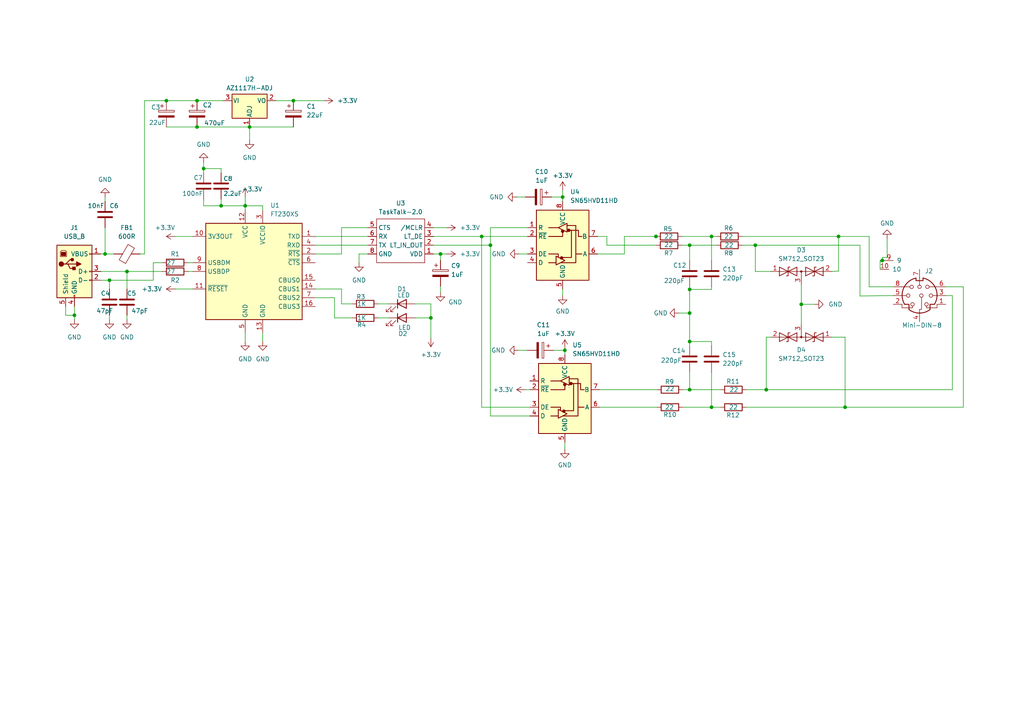
<source format=kicad_sch>
(kicad_sch (version 20230121) (generator eeschema)
  (paper "A4")
  (lib_symbols
    (symbol "Connector:Mini-DIN-8" (pin_names (offset 1.016))
      (property "Reference" "J2" (at 1.524 7.112 0))
      (property "Value" "Mini-DIN-8" (at -5.08 -8.636 0))
      (symbol "Mini-DIN-8_0_1"
        (circle (center -3.302 0) (radius 0.508))
        (arc (start -3.048 -4.064) (mid 0 -5.08) (end 3.048 -4.064) (stroke (width 0.254)))
        (circle (center -2.286 2.5146) (radius 0.508))
        (circle (center -2.032 -2.54) (radius 0.508))
        (arc (start -1.016 5.08) (mid -4.6228 2.1214) (end -4.318 -2.54) (stroke (width 0.254)))
        (polyline (pts (xy -3.81 0) (xy -5.08 0)))
        (polyline (pts (xy -2.794 2.54) (xy -5.334 2.54)))
        (polyline (pts (xy 0 5.1054) (xy 0 3.048)))
        (polyline (pts (xy 2.794 2.54) (xy 5.08 2.54)))
        (polyline (pts (xy 5.08 0) (xy 3.81 0)))
        (polyline (pts (xy -4.318 -2.54) (xy -3.048 -2.54) (xy -3.048 -4.064)) (stroke (width 0.254)))
        (polyline (pts (xy 4.318 -2.54) (xy 3.048 -2.54) (xy 3.048 -4.064)) (stroke (width 0.254)))
        (polyline (pts (xy -2.032 -3.048) (xy -2.032 -3.556) (xy -5.08 -3.556) (xy -5.08 -2.54)))
        (polyline (pts (xy -1.016 5.08) (xy -1.016 4.318) (xy 1.016 4.318) (xy 1.016 5.08)) (stroke (width 0.254)))
        (polyline (pts (xy 0.5842 -0.508) (xy 0.5842 -4.0132) (xy 0 -4.0132) (xy 0 -5.1816)))
        (polyline (pts (xy 2.032 -3.048) (xy 2.032 -3.556) (xy 5.08 -3.556) (xy 5.08 -2.54)))
        (circle (center 0 2.54) (radius 0.508))
        (circle (center 2.032 -2.54) (radius 0.508))
        (circle (center 2.286 2.54) (radius 0.508))
        (circle (center 3.302 0) (radius 0.508))
        (arc (start 4.318 -2.54) (mid 4.6661 2.1322) (end 1.016 5.08) (stroke (width 0.254)))
      )
      (symbol "Mini-DIN-8_1_1"
        (circle (center 0.5334 0) (radius 0.508))
        (pin passive line (at 7.62 -2.54 180) (length 2.54) (name "~") (number "1"))
        (pin passive line (at -11.43 7.62 0) (length 2.54) (name "10") (number "10"))
        (pin passive line (at -7.62 -2.54 0) (length 2.54) (name "~") (number "2"))
        (pin passive line (at 7.62 0 180) (length 2.54) (name "~") (number "3"))
        (pin passive line (at 0 -7.62 90) (length 2.54) (name "~") (number "4"))
        (pin passive line (at -7.62 0 0) (length 2.54) (name "~") (number "5"))
        (pin passive line (at 7.62 2.54 180) (length 2.54) (name "~") (number "6"))
        (pin passive line (at 0 7.62 270) (length 2.54) (name "~") (number "7"))
        (pin passive line (at -7.62 2.54 0) (length 2.54) (name "~") (number "8"))
        (pin passive line (at -10.16 10.16 0) (length 2.54) (name "9") (number "9"))
      )
    )
    (symbol "Connector:USB_B" (pin_names (offset 1.016))
      (property "Reference" "J" (at -5.08 11.43 0))
      (property "Value" "USB_B" (at -5.08 8.89 0))
      (symbol "USB_B_0_1"
        (rectangle (start -5.08 -7.62) (end 5.08 7.62) (stroke (width 0.254)) (fill (type background)))
        (circle (center -3.81 2.159) (radius 0.635) (stroke (width 0.254)) (fill (type outline)))
        (rectangle (start -3.81 5.588) (end -2.54 4.572) (fill (type outline)))
        (circle (center -0.635 3.429) (radius 0.381) (stroke (width 0.254)) (fill (type outline)))
        (rectangle (start -0.127 -7.62) (end 0.127 -6.858))
        (polyline (pts (xy -1.905 2.159) (xy 0.635 2.159)) (stroke (width 0.254)))
        (polyline (pts (xy -3.175 2.159) (xy -2.54 2.159) (xy -1.27 3.429) (xy -0.635 3.429)) (stroke (width 0.254)))
        (polyline (pts (xy -2.54 2.159) (xy -1.905 2.159) (xy -1.27 0.889) (xy 0 0.889)) (stroke (width 0.254)))
        (polyline (pts (xy 0.635 2.794) (xy 0.635 1.524) (xy 1.905 2.159) (xy 0.635 2.794)) (stroke (width 0.254)) (fill (type outline)))
        (polyline (pts (xy -4.064 4.318) (xy -2.286 4.318) (xy -2.286 5.715) (xy -2.667 6.096) (xy -3.683 6.096) (xy -4.064 5.715) (xy -4.064 4.318)))
        (rectangle (start 0.254 1.27) (end -0.508 0.508) (stroke (width 0.254)) (fill (type outline)))
        (rectangle (start 5.08 -2.667) (end 4.318 -2.413))
        (rectangle (start 5.08 -0.127) (end 4.318 0.127))
        (rectangle (start 5.08 4.953) (end 4.318 5.207))
      )
      (symbol "USB_B_1_1"
        (pin power_out line (at 7.62 5.08 180) (length 2.54) (name "VBUS") (number "1"))
        (pin bidirectional line (at 7.62 -2.54 180) (length 2.54) (name "D-") (number "2"))
        (pin bidirectional line (at 7.62 0 180) (length 2.54) (name "D+") (number "3"))
        (pin power_out line (at 0 -10.16 90) (length 2.54) (name "GND") (number "4"))
        (pin passive line (at -2.54 -10.16 90) (length 2.54) (name "Shield") (number "5"))
      )
    )
    (symbol "Device:C" (pin_numbers hide) (pin_names (offset 0.254))
      (property "Reference" "C" (at 0.635 2.54 0))
      (property "Value" "C" (at 0.635 -2.54 0))
      (symbol "C_0_1"
        (polyline (pts (xy -2.032 -0.762) (xy 2.032 -0.762)) (stroke (width 0.508)))
        (polyline (pts (xy -2.032 0.762) (xy 2.032 0.762)) (stroke (width 0.508)))
      )
      (symbol "C_1_1"
        (pin passive line (at 0 3.81 270) (length 2.794) (name "~") (number "1"))
        (pin passive line (at 0 -3.81 90) (length 2.794) (name "~") (number "2"))
      )
    )
    (symbol "Device:C_Polarized" (pin_numbers hide) (pin_names (offset 0.254))
      (property "Reference" "C" (at 0.635 2.54 0))
      (property "Value" "C_Polarized" (at 0.635 -2.54 0))
      (symbol "C_Polarized_0_1"
        (rectangle (start -2.286 0.508) (end 2.286 1.016))
        (polyline (pts (xy -1.778 2.286) (xy -0.762 2.286)))
        (polyline (pts (xy -1.27 2.794) (xy -1.27 1.778)))
        (rectangle (start 2.286 -0.508) (end -2.286 -1.016) (fill (type outline)))
      )
      (symbol "C_Polarized_1_1"
        (pin passive line (at 0 3.81 270) (length 2.794) (name "~") (number "1"))
        (pin passive line (at 0 -3.81 90) (length 2.794) (name "~") (number "2"))
      )
    )
    (symbol "Device:FerriteBead" (pin_numbers hide) (pin_names (offset 0))
      (property "Reference" "FB" (at -3.81 0.635 90))
      (property "Value" "FerriteBead" (at 3.81 0 90))
      (symbol "FerriteBead_0_1"
        (polyline (pts (xy 0 -1.27) (xy 0 -1.2192)))
        (polyline (pts (xy 0 1.27) (xy 0 1.2954)))
        (polyline (pts (xy -2.7686 0.4064) (xy -1.7018 2.2606) (xy 2.7686 -0.3048) (xy 1.6764 -2.159) (xy -2.7686 0.4064)))
      )
      (symbol "FerriteBead_1_1"
        (pin passive line (at 0 3.81 270) (length 2.54) (name "~") (number "1"))
        (pin passive line (at 0 -3.81 90) (length 2.54) (name "~") (number "2"))
      )
    )
    (symbol "Device:LED" (pin_numbers hide) (pin_names (offset 1.016) hide)
      (property "Reference" "D" (at 0 2.54 0))
      (property "Value" "LED" (at 0 -2.54 0))
      (symbol "LED_0_1"
        (polyline (pts (xy -1.27 -1.27) (xy -1.27 1.27)) (stroke (width 0.254)))
        (polyline (pts (xy -1.27 0) (xy 1.27 0)))
        (polyline (pts (xy 1.27 -1.27) (xy 1.27 1.27) (xy -1.27 0) (xy 1.27 -1.27)) (stroke (width 0.254)))
        (polyline (pts (xy -3.048 -0.762) (xy -4.572 -2.286) (xy -3.81 -2.286) (xy -4.572 -2.286) (xy -4.572 -1.524)))
        (polyline (pts (xy -1.778 -0.762) (xy -3.302 -2.286) (xy -2.54 -2.286) (xy -3.302 -2.286) (xy -3.302 -1.524)))
      )
      (symbol "LED_1_1"
        (pin passive line (at -3.81 0 0) (length 2.54) (name "K") (number "1"))
        (pin passive line (at 3.81 0 180) (length 2.54) (name "A") (number "2"))
      )
    )
    (symbol "Device:R" (pin_numbers hide) (pin_names (offset 0))
      (property "Reference" "R" (at 2.032 0 90))
      (property "Value" "R" (at 0 0 90))
      (symbol "R_0_1"
        (rectangle (start -1.016 -2.54) (end 1.016 2.54) (stroke (width 0.254)))
      )
      (symbol "R_1_1"
        (pin passive line (at 0 3.81 270) (length 1.27) (name "~") (number "1"))
        (pin passive line (at 0 -3.81 90) (length 1.27) (name "~") (number "2"))
      )
    )
    (symbol "Diode:SM712_SOT23" (pin_names (offset 1.016) hide)
      (property "Reference" "D" (at 0 4.445 0))
      (property "Value" "SM712_SOT23" (at 0 2.54 0))
      (symbol "SM712_SOT23_0_0"
        (polyline (pts (xy 0 -1.27) (xy 0 0)))
      )
      (symbol "SM712_SOT23_0_1"
        (polyline (pts (xy -6.35 0) (xy 6.35 0)))
        (polyline (pts (xy -3.302 1.27) (xy -3.81 1.27) (xy -3.81 -1.27) (xy -4.318 -1.27)) (stroke (width 0.2032)))
        (polyline (pts (xy 4.318 1.27) (xy 3.81 1.27) (xy 3.81 -1.27) (xy 3.302 -1.27)) (stroke (width 0.2032)))
        (polyline (pts (xy -6.35 -1.27) (xy -1.27 1.27) (xy -1.27 -1.27) (xy -6.35 1.27) (xy -6.35 -1.27)) (stroke (width 0.2032)))
        (polyline (pts (xy 1.27 -1.27) (xy 1.27 1.27) (xy 6.35 -1.27) (xy 6.35 1.27) (xy 1.27 -1.27)) (stroke (width 0.2032)))
        (circle (center 0 0) (radius 0.254) (fill (type outline)))
      )
      (symbol "SM712_SOT23_1_1"
        (pin passive line (at -8.89 0 0) (length 2.54) (name "A1") (number "1"))
        (pin passive line (at 8.89 0 180) (length 2.54) (name "A2") (number "2"))
        (pin input line (at 0 -3.81 90) (length 2.54) (name "common") (number "3"))
      )
    )
    (symbol "Interface_UART:SN65HVD11HD"
      (property "Reference" "U" (at -7.62 12.7 0))
      (property "Value" "SN65HVD11HD" (at 2.54 12.7 0))
      (symbol "SN65HVD11HD_0_1"
        (rectangle (start -7.62 10.16) (end 7.62 -10.16) (stroke (width 0.254)) (fill (type background)))
        (circle (center -0.3048 -3.683) (radius 0.3556) (stroke (width 0.254)) (fill (type outline)))
        (circle (center -0.0254 4.0386) (radius 0.3556) (stroke (width 0.254)) (fill (type outline)))
        (polyline (pts (xy -4.064 -5.08) (xy -1.905 -5.08)) (stroke (width 0.254)))
        (polyline (pts (xy -4.064 5.08) (xy -1.27 5.08)) (stroke (width 0.254)))
        (polyline (pts (xy -1.27 -3.2004) (xy -1.27 -3.4544)) (stroke (width 0.254)))
        (polyline (pts (xy -4.064 -2.54) (xy -1.27 -2.54) (xy -1.27 -3.175)) (stroke (width 0.254)))
        (polyline (pts (xy 0 3.81) (xy 0 2.54) (xy -4.064 2.54)) (stroke (width 0.254)))
        (polyline (pts (xy 1.27 5.715) (xy 3.81 5.715) (xy 3.81 -2.54)) (stroke (width 0.254)))
        (polyline (pts (xy 2.54 4.318) (xy 2.54 -3.556) (xy -0.254 -3.556)) (stroke (width 0.254)))
        (polyline (pts (xy -1.905 -3.175) (xy -1.905 -5.715) (xy 0.635 -4.445) (xy -1.905 -3.175)) (stroke (width 0.254)))
        (polyline (pts (xy -1.27 5.08) (xy 1.27 6.35) (xy 1.27 3.81) (xy -1.27 5.08)) (stroke (width 0.254)))
        (polyline (pts (xy -0.508 -5.08) (xy 3.81 -5.08) (xy 3.81 -2.54) (xy 5.588 -2.54)) (stroke (width 0.254)))
        (polyline (pts (xy 2.032 4.318) (xy 4.572 4.318) (xy 4.572 2.54) (xy 5.588 2.54)) (stroke (width 0.254)))
        (rectangle (start 1.27 3.175) (end 1.27 3.175))
        (circle (center 1.778 4.318) (radius 0.3556) (stroke (width 0.254)) (fill (type outline)))
      )
      (symbol "SN65HVD11HD_1_1"
        (pin output line (at -10.16 5.08 0) (length 2.54) (name "R") (number "1"))
        (pin input line (at -10.16 2.54 0) (length 2.54) (name "~{RE}") (number "2"))
        (pin input line (at -10.16 -2.54 0) (length 2.54) (name "DE") (number "3"))
        (pin input line (at -10.16 -5.08 0) (length 2.54) (name "D") (number "4"))
        (pin power_in line (at 0 -12.7 90) (length 2.54) (name "GND") (number "5"))
        (pin bidirectional line (at 10.16 -2.54 180) (length 2.54) (name "A") (number "6"))
        (pin bidirectional line (at 10.16 2.54 180) (length 2.54) (name "B") (number "7"))
        (pin power_in line (at 0 12.7 270) (length 2.54) (name "VCC") (number "8"))
      )
    )
    (symbol "Interface_USB:FT230XS"
      (property "Reference" "U" (at -13.97 15.24 0))
      (property "Value" "FT230XS" (at 7.62 15.24 0))
      (symbol "FT230XS_0_1"
        (rectangle (start -13.97 13.97) (end 13.97 -13.97) (stroke (width 0.254)) (fill (type background)))
      )
      (symbol "FT230XS_1_1"
        (pin output line (at 17.78 10.16 180) (length 3.81) (name "TXD") (number "1"))
        (pin power_out line (at -17.78 10.16 0) (length 3.81) (name "3V3OUT") (number "10"))
        (pin input line (at -17.78 -5.08 0) (length 3.81) (name "~{RESET}") (number "11"))
        (pin power_in line (at -2.54 17.78 270) (length 3.81) (name "VCC") (number "12"))
        (pin power_in line (at 2.54 -17.78 90) (length 3.81) (name "GND") (number "13"))
        (pin bidirectional line (at 17.78 -5.08 180) (length 3.81) (name "CBUS1") (number "14"))
        (pin bidirectional line (at 17.78 -2.54 180) (length 3.81) (name "CBUS0") (number "15"))
        (pin bidirectional line (at 17.78 -10.16 180) (length 3.81) (name "CBUS3") (number "16"))
        (pin output line (at 17.78 5.08 180) (length 3.81) (name "~{RTS}") (number "2"))
        (pin power_in line (at 2.54 17.78 270) (length 3.81) (name "VCCIO") (number "3"))
        (pin input line (at 17.78 7.62 180) (length 3.81) (name "RXD") (number "4"))
        (pin power_in line (at -2.54 -17.78 90) (length 3.81) (name "GND") (number "5"))
        (pin input line (at 17.78 2.54 180) (length 3.81) (name "~{CTS}") (number "6"))
        (pin bidirectional line (at 17.78 -7.62 180) (length 3.81) (name "CBUS2") (number "7"))
        (pin bidirectional line (at -17.78 0 0) (length 3.81) (name "USBDP") (number "8"))
        (pin bidirectional line (at -17.78 2.54 0) (length 3.81) (name "USBDM") (number "9"))
      )
    )
    (symbol "Regulator_Linear:AZ1117H-ADJ" (pin_names (offset 0.254))
      (property "Reference" "U" (at -3.81 3.175 0))
      (property "Value" "AZ1117H-ADJ" (at 0 3.175 0))
      (symbol "AZ1117H-ADJ_0_1"
        (rectangle (start -5.08 1.905) (end 5.08 -5.08) (stroke (width 0.254)) (fill (type background)))
      )
      (symbol "AZ1117H-ADJ_1_1"
        (pin input line (at 0 -7.62 90) (length 2.54) (name "ADJ") (number "1"))
        (pin power_out line (at 7.62 0 180) (length 2.54) (name "VO") (number "2"))
        (pin power_in line (at -7.62 0 0) (length 2.54) (name "VI") (number "3"))
      )
    )
    (symbol "TashTalk1.0:TaskTalk-2.0"
      (property "Reference" "U" (at -6.35 15.24 0))
      (property "Value" "TaskTalk-2.0" (at -2.54 12.7 0))
      (symbol "TaskTalk-2.0_0_1"
        (rectangle (start -6.35 11.43) (end 7.62 -1.27))
      )
      (symbol "TaskTalk-2.0_1_1"
        (pin input line (at -8.89 8.89 0) (length 2.54) (name "VDD") (number "1"))
        (pin output line (at -8.89 6.35 0) (length 2.54) (name "LT_IN_OUT") (number "2"))
        (pin output line (at -8.89 3.81 0) (length 2.54) (name "LT_DE") (number "3"))
        (pin input line (at -8.89 1.27 0) (length 2.54) (name "/MCLR") (number "4"))
        (pin output line (at 10.16 1.27 180) (length 2.54) (name "CTS") (number "5"))
        (pin input line (at 10.16 3.81 180) (length 2.54) (name "RX") (number "6"))
        (pin output line (at 10.16 6.35 180) (length 2.54) (name "TX") (number "7"))
        (pin input line (at 10.16 8.89 180) (length 2.54) (name "GND") (number "8"))
      )
    )
    (symbol "power:+3.3V" (power) (pin_names (offset 0))
      (property "Value" "+3.3V" (at 0 3.556 0))
      (symbol "+3.3V_0_1"
        (polyline (pts (xy -0.762 1.27) (xy 0 2.54)))
        (polyline (pts (xy 0 0) (xy 0 2.54)))
        (polyline (pts (xy 0 2.54) (xy 0.762 1.27)))
      )
      (symbol "+3.3V_1_1"
        (pin power_in line (at 0 0 90) (length 0) hide (name "+3.3V") (number "1"))
      )
    )
    (symbol "power:GND" (power) (pin_names (offset 0))
      (property "Value" "GND" (at 0 -3.81 0))
      (symbol "GND_0_1"
        (polyline (pts (xy 0 0) (xy 0 -1.27) (xy 1.27 -1.27) (xy 0 -2.54) (xy -1.27 -1.27) (xy 0 -1.27)))
      )
      (symbol "GND_1_1"
        (pin power_in line (at 0 0 270) (length 0) hide (name "GND") (number "1"))
      )
    )
  )
  (junction (at 64.135 59.69))
  (junction (at 139.7 68.58))
  (junction (at 255.905 75.565))
  (junction (at 71.12 59.69))
  (junction (at 36.83 78.74))
  (junction (at 243.205 68.58))
  (junction (at 200.025 90.805))
  (junction (at 57.15 29.21))
  (junction (at 206.375 118.11))
  (junction (at 21.59 91.44))
  (junction (at 190.246 68.58))
  (junction (at 85.09 29.21))
  (junction (at 30.48 73.66))
  (junction (at 124.968 92.202))
  (junction (at 200.025 83.947))
  (junction (at 222.25 113.03))
  (junction (at 48.26 29.21))
  (junction (at 163.195 57.15))
  (junction (at 72.39 36.83))
  (junction (at 57.15 36.83))
  (junction (at 219.075 71.12))
  (junction (at 232.41 88.265))
  (junction (at 200.025 113.03))
  (junction (at 245.11 118.11))
  (junction (at 206.375 68.58))
  (junction (at 200.025 99.06))
  (junction (at 200.025 71.12))
  (junction (at 31.75 81.28))
  (junction (at 163.83 101.6))
  (junction (at 59.055 48.895))
  (junction (at 142.24 71.12))
  (junction (at 127.762 73.66))
  (wire (pts (xy 54.61 78.74) (xy 55.88 78.74)))
  (wire (pts (xy 142.24 66.04) (xy 153.035 66.04)))
  (wire (pts (xy 219.075 71.12) (xy 249.428 71.12)))
  (wire (pts (xy 173.99 113.03) (xy 190.5 113.03)))
  (wire (pts (xy 200.025 99.06) (xy 200.025 100.33)))
  (wire (pts (xy 276.225 85.725) (xy 274.32 85.725)))
  (wire (pts (xy 109.728 92.202) (xy 112.776 92.202)))
  (wire (pts (xy 200.025 71.12) (xy 200.025 75.565)))
  (wire (pts (xy 80.01 29.21) (xy 85.09 29.21)))
  (wire (pts (xy 91.44 73.66) (xy 99.06 73.66)))
  (wire (pts (xy 19.05 88.9) (xy 19.05 91.44)))
  (wire (pts (xy 181.102 68.58) (xy 190.246 68.58)))
  (wire (pts (xy 200.025 113.03) (xy 208.915 113.03)))
  (wire (pts (xy 149.86 57.15) (xy 152.4 57.15)))
  (wire (pts (xy 97.028 92.202) (xy 102.108 92.202)))
  (wire (pts (xy 97.028 86.36) (xy 97.028 92.202)))
  (wire (pts (xy 72.39 36.83) (xy 72.39 40.64)))
  (wire (pts (xy 232.41 82.55) (xy 232.41 88.265)))
  (wire (pts (xy 197.866 68.58) (xy 206.375 68.58)))
  (wire (pts (xy 176.022 71.12) (xy 176.022 68.58)))
  (wire (pts (xy 223.52 97.79) (xy 222.25 97.79)))
  (wire (pts (xy 232.41 88.265) (xy 232.41 93.98)))
  (wire (pts (xy 104.14 73.66) (xy 104.14 76.2)))
  (wire (pts (xy 125.73 73.66) (xy 127.762 73.66)))
  (wire (pts (xy 206.375 68.58) (xy 207.772 68.58)))
  (wire (pts (xy 249.428 85.852) (xy 259.08 85.725)))
  (wire (pts (xy 200.025 83.185) (xy 200.025 83.947)))
  (wire (pts (xy 257.302 69.215) (xy 257.302 74.676)))
  (wire (pts (xy 29.21 73.66) (xy 30.48 73.66)))
  (wire (pts (xy 206.375 107.95) (xy 206.375 118.11)))
  (wire (pts (xy 173.355 73.66) (xy 181.102 73.66)))
  (wire (pts (xy 59.055 48.895) (xy 59.055 50.165)))
  (wire (pts (xy 21.59 88.9) (xy 21.59 91.44)))
  (wire (pts (xy 200.025 99.06) (xy 206.375 99.06)))
  (wire (pts (xy 125.73 68.58) (xy 139.7 68.58)))
  (wire (pts (xy 279.4 83.185) (xy 274.32 83.185)))
  (wire (pts (xy 255.905 74.676) (xy 257.302 74.676)))
  (wire (pts (xy 279.4 118.11) (xy 279.4 83.185)))
  (wire (pts (xy 30.48 66.04) (xy 30.48 73.66)))
  (wire (pts (xy 72.39 36.83) (xy 85.09 36.83)))
  (wire (pts (xy 99.06 66.04) (xy 106.68 66.04)))
  (wire (pts (xy 30.48 57.15) (xy 30.48 58.42)))
  (wire (pts (xy 64.135 48.895) (xy 59.055 48.895)))
  (wire (pts (xy 215.392 71.12) (xy 219.075 71.12)))
  (wire (pts (xy 36.83 78.74) (xy 46.99 78.74)))
  (wire (pts (xy 99.06 83.82) (xy 91.44 83.82)))
  (wire (pts (xy 252.095 68.58) (xy 252.095 83.185)))
  (wire (pts (xy 200.025 83.947) (xy 200.025 90.805)))
  (wire (pts (xy 197.866 71.12) (xy 200.025 71.12)))
  (wire (pts (xy 163.83 101.6) (xy 163.83 102.87)))
  (wire (pts (xy 71.12 57.15) (xy 71.12 59.69)))
  (wire (pts (xy 150.495 73.66) (xy 153.035 73.66)))
  (wire (pts (xy 163.83 128.27) (xy 163.83 130.302)))
  (wire (pts (xy 223.52 78.74) (xy 219.075 78.74)))
  (wire (pts (xy 48.26 29.21) (xy 57.15 29.21)))
  (wire (pts (xy 255.27 75.565) (xy 255.905 75.565)))
  (wire (pts (xy 106.68 73.66) (xy 104.14 73.66)))
  (wire (pts (xy 71.12 59.69) (xy 76.2 59.69)))
  (wire (pts (xy 243.205 78.613) (xy 243.205 68.58)))
  (wire (pts (xy 76.2 60.96) (xy 76.2 59.69)))
  (wire (pts (xy 200.025 83.947) (xy 206.375 83.947)))
  (wire (pts (xy 276.225 113.03) (xy 276.225 85.725)))
  (wire (pts (xy 21.59 91.44) (xy 21.59 92.71)))
  (wire (pts (xy 71.12 59.69) (xy 71.12 60.96)))
  (wire (pts (xy 40.64 73.66) (xy 41.91 73.66)))
  (wire (pts (xy 219.075 78.74) (xy 219.075 71.12)))
  (wire (pts (xy 36.83 78.74) (xy 36.83 83.82)))
  (wire (pts (xy 245.11 97.79) (xy 245.11 118.11)))
  (wire (pts (xy 206.375 118.11) (xy 208.915 118.11)))
  (wire (pts (xy 127.762 83.058) (xy 127.762 84.836)))
  (wire (pts (xy 31.75 81.28) (xy 44.45 81.28)))
  (wire (pts (xy 153.67 118.11) (xy 139.7 118.11)))
  (wire (pts (xy 120.396 92.202) (xy 124.968 92.202)))
  (wire (pts (xy 216.535 118.11) (xy 245.11 118.11)))
  (wire (pts (xy 245.11 118.11) (xy 279.4 118.11)))
  (wire (pts (xy 57.15 36.83) (xy 72.39 36.83)))
  (wire (pts (xy 127.762 73.66) (xy 129.54 73.66)))
  (wire (pts (xy 163.83 101.092) (xy 163.83 101.6)))
  (wire (pts (xy 85.09 29.21) (xy 93.98 29.21)))
  (wire (pts (xy 99.06 88.138) (xy 99.06 83.82)))
  (wire (pts (xy 29.21 81.28) (xy 31.75 81.28)))
  (wire (pts (xy 124.968 98.044) (xy 124.968 92.202)))
  (wire (pts (xy 64.135 59.69) (xy 59.055 59.69)))
  (wire (pts (xy 36.83 91.44) (xy 36.83 92.71)))
  (wire (pts (xy 222.25 113.03) (xy 276.225 113.03)))
  (wire (pts (xy 206.375 83.185) (xy 206.375 83.947)))
  (wire (pts (xy 142.24 120.65) (xy 153.67 120.65)))
  (wire (pts (xy 200.025 107.95) (xy 200.025 113.03)))
  (wire (pts (xy 160.528 101.6) (xy 163.83 101.6)))
  (wire (pts (xy 30.48 73.66) (xy 33.02 73.66)))
  (wire (pts (xy 125.73 66.04) (xy 129.54 66.04)))
  (wire (pts (xy 44.45 76.2) (xy 46.99 76.2)))
  (wire (pts (xy 31.75 91.44) (xy 31.75 92.71)))
  (wire (pts (xy 241.3 78.74) (xy 243.205 78.613)))
  (wire (pts (xy 176.022 71.12) (xy 190.246 71.12)))
  (wire (pts (xy 91.44 71.12) (xy 106.68 71.12)))
  (wire (pts (xy 163.195 57.15) (xy 163.195 58.42)))
  (wire (pts (xy 142.24 71.12) (xy 142.24 120.65)))
  (wire (pts (xy 99.06 73.66) (xy 99.06 66.04)))
  (wire (pts (xy 255.905 74.676) (xy 255.905 75.565)))
  (wire (pts (xy 142.24 66.04) (xy 142.24 71.12)))
  (wire (pts (xy 152.4 113.03) (xy 153.67 113.03)))
  (wire (pts (xy 64.135 50.165) (xy 64.135 48.895)))
  (wire (pts (xy 41.91 73.66) (xy 41.91 29.21)))
  (wire (pts (xy 59.055 46.99) (xy 59.055 48.895)))
  (wire (pts (xy 216.535 113.03) (xy 222.25 113.03)))
  (wire (pts (xy 29.21 78.74) (xy 36.83 78.74)))
  (wire (pts (xy 181.102 73.66) (xy 181.102 68.58)))
  (wire (pts (xy 176.022 68.58) (xy 173.355 68.58)))
  (wire (pts (xy 125.73 71.12) (xy 142.24 71.12)))
  (wire (pts (xy 249.428 71.12) (xy 249.428 85.852)))
  (wire (pts (xy 127.762 73.66) (xy 127.762 75.438)))
  (wire (pts (xy 198.12 113.03) (xy 200.025 113.03)))
  (wire (pts (xy 255.27 78.105) (xy 255.27 75.565)))
  (wire (pts (xy 232.41 88.265) (xy 236.22 88.265)))
  (wire (pts (xy 200.025 71.12) (xy 207.772 71.12)))
  (wire (pts (xy 241.3 97.79) (xy 245.11 97.79)))
  (wire (pts (xy 76.2 96.52) (xy 76.2 99.06)))
  (wire (pts (xy 252.095 83.185) (xy 259.08 83.185)))
  (wire (pts (xy 57.15 29.21) (xy 64.77 29.21)))
  (wire (pts (xy 160.02 57.15) (xy 163.195 57.15)))
  (wire (pts (xy 139.7 68.58) (xy 139.7 118.11)))
  (wire (pts (xy 139.7 68.58) (xy 153.035 68.58)))
  (wire (pts (xy 215.392 68.58) (xy 243.205 68.58)))
  (wire (pts (xy 71.12 59.69) (xy 64.135 59.69)))
  (wire (pts (xy 120.396 88.138) (xy 124.968 88.138)))
  (wire (pts (xy 109.728 88.138) (xy 112.776 88.138)))
  (wire (pts (xy 48.26 36.83) (xy 57.15 36.83)))
  (wire (pts (xy 163.195 55.245) (xy 163.195 57.15)))
  (wire (pts (xy 206.375 68.58) (xy 206.375 75.565)))
  (wire (pts (xy 44.45 81.28) (xy 44.45 76.2)))
  (wire (pts (xy 71.12 96.52) (xy 71.12 99.06)))
  (wire (pts (xy 163.195 83.82) (xy 163.195 85.725)))
  (wire (pts (xy 173.99 118.11) (xy 190.5 118.11)))
  (wire (pts (xy 200.025 90.805) (xy 200.025 99.06)))
  (wire (pts (xy 198.12 118.11) (xy 206.375 118.11)))
  (wire (pts (xy 150.368 101.6) (xy 152.908 101.6)))
  (wire (pts (xy 59.055 57.785) (xy 59.055 59.69)))
  (wire (pts (xy 196.85 90.805) (xy 200.025 90.805)))
  (wire (pts (xy 243.205 68.58) (xy 252.095 68.58)))
  (wire (pts (xy 50.8 68.58) (xy 55.88 68.58)))
  (wire (pts (xy 222.25 97.79) (xy 222.25 113.03)))
  (wire (pts (xy 91.44 68.58) (xy 106.68 68.58)))
  (wire (pts (xy 41.91 29.21) (xy 48.26 29.21)))
  (wire (pts (xy 206.375 99.06) (xy 206.375 100.33)))
  (wire (pts (xy 91.44 86.36) (xy 97.028 86.36)))
  (wire (pts (xy 19.05 91.44) (xy 21.59 91.44)))
  (wire (pts (xy 50.8 83.82) (xy 55.88 83.82)))
  (wire (pts (xy 102.108 88.138) (xy 99.06 88.138)))
  (wire (pts (xy 64.135 57.785) (xy 64.135 59.69)))
  (wire (pts (xy 124.968 92.202) (xy 124.968 88.138)))
  (wire (pts (xy 54.61 76.2) (xy 55.88 76.2)))
  (wire (pts (xy 153.035 76.2) (xy 153.416 76.2)))
  (wire (pts (xy 255.905 75.565) (xy 256.54 75.565)))
  (wire (pts (xy 31.75 81.28) (xy 31.75 83.82)))
  (wire (pts (xy 190.246 68.58) (xy 190.5 68.58)))
  (symbol (lib_id "Device:R") (at 105.918 92.202 90) (unit 1)
    (property "Reference" "R4" (at 104.902 94.234 90))
    (property "Value" "1K" (at 104.902 92.202 90))
    (property "Footprint" "Resistor_SMD:R_0805_2012Metric" (effects hide))
  )
  (symbol (lib_id "power:GND") (at 236.22 88.265 90) (unit 1)
    (property "Reference" "#PWR028" (effects hide))
    (property "Value" "GND" (at 240.284 88.265 90) (effects (justify right)))
  )
  (symbol (lib_id "Interface_UART:SN65HVD11HD") (at 163.83 115.57 0) (unit 1)
    (property "Reference" "U5" (at 166.0241 100.076 0) (effects (justify left)))
    (property "Value" "SN65HVD11HD" (at 166.0241 102.616 0) (effects (justify left)))
    (property "Footprint" "Package_SO:SOIC-8_3.9x4.9mm_P1.27mm" (effects hide))
    (property "Datasheet" "http://www.ti.com/lit/ds/symlink/sn65hvd11-ht.pdf" (effects hide))
  )
  (symbol (lib_id "Interface_UART:SN65HVD11HD") (at 163.195 71.12 0) (unit 1)
    (property "Reference" "U4" (at 165.3891 55.626 0) (effects (justify left)))
    (property "Value" "SN65HVD11HD" (at 165.3891 58.166 0) (effects (justify left)))
    (property "Footprint" "Package_SO:SOIC-8_3.9x4.9mm_P1.27mm" (effects hide))
    (property "Datasheet" "http://www.ti.com/lit/ds/symlink/sn65hvd11-ht.pdf" (effects hide))
  )
  (symbol (lib_id "power:GND") (at 76.2 99.06 0) (unit 1)
    (property "Reference" "#PWR09" (effects hide))
    (property "Value" "GND" (at 76.2 104.14 0))
  )
  (symbol (lib_id "Device:C") (at 206.375 79.375 0) (unit 1)
    (property "Reference" "C13" (at 209.55 78.105 0) (effects (justify left)))
    (property "Value" "220pF" (at 209.55 80.645 0) (effects (justify left)))
    (property "Footprint" "Capacitor_SMD:C_0805_2012Metric" (effects hide))
  )
  (symbol (lib_id "power:+3.3V") (at 71.12 57.15 0) (unit 1)
    (property "Reference" "#PWR06" (effects hide))
    (property "Value" "+3.3V" (at 73.152 54.864 0))
  )
  (symbol (lib_id "power:GND") (at 163.83 130.302 0) (unit 1)
    (property "Reference" "#PWR023" (effects hide))
    (property "Value" "GND" (at 163.83 134.874 0))
  )
  (symbol (lib_id "Device:C_Polarized") (at 127.762 79.248 0) (unit 1)
    (property "Reference" "C9" (at 130.81 77.089 0) (effects (justify left)))
    (property "Value" "1uF" (at 130.81 79.629 0) (effects (justify left)))
    (property "Footprint" "Capacitor_SMD:C_0805_2012Metric" (effects hide))
  )
  (symbol (lib_id "power:GND") (at 196.85 90.805 270) (unit 1)
    (property "Reference" "#PWR026" (effects hide))
    (property "Value" "GND" (at 193.675 90.805 90) (effects (justify right)))
  )
  (symbol (lib_id "power:+3.3V") (at 50.8 83.82 90) (unit 1)
    (property "Reference" "#PWR012" (effects hide))
    (property "Value" "+3.3V" (at 46.99 83.82 90) (effects (justify left)))
  )
  (symbol (lib_id "power:GND") (at 71.12 99.06 0) (unit 1)
    (property "Reference" "#PWR08" (effects hide))
    (property "Value" "GND" (at 71.12 104.14 0))
  )
  (symbol (lib_id "power:GND") (at 21.59 92.71 0) (unit 1)
    (property "Reference" "#PWR011" (effects hide))
    (property "Value" "GND" (at 21.59 97.79 0))
  )
  (symbol (lib_id "Device:R") (at 211.582 68.58 90) (unit 1)
    (property "Reference" "R6" (at 211.328 66.167 90))
    (property "Value" "22" (at 211.328 68.58 90))
    (property "Footprint" "Resistor_SMD:R_0805_2012Metric" (effects hide))
  )
  (symbol (lib_id "Device:C") (at 64.135 53.975 0) (unit 1)
    (property "Reference" "C8" (at 64.77 51.816 0) (effects (justify left)))
    (property "Value" "2.2uF" (at 64.77 56.134 0) (effects (justify left)))
    (property "Footprint" "Capacitor_SMD:C_0805_2012Metric" (effects hide))
  )
  (symbol (lib_id "Device:R") (at 212.725 118.11 90) (unit 1)
    (property "Reference" "R12" (at 212.598 120.396 90))
    (property "Value" "22" (at 212.725 118.11 90))
    (property "Footprint" "Resistor_SMD:R_0805_2012Metric" (effects hide))
  )
  (symbol (lib_id "power:+3.3V") (at 129.54 73.66 270) (unit 1)
    (property "Reference" "#PWR03" (effects hide))
    (property "Value" "+3.3V" (at 133.35 73.66 90) (effects (justify left)))
  )
  (symbol (lib_id "Device:R") (at 212.725 113.03 270) (unit 1)
    (property "Reference" "R11" (at 212.598 110.617 90))
    (property "Value" "22" (at 212.852 113.03 90))
    (property "Footprint" "Resistor_SMD:R_0805_2012Metric" (effects hide))
  )
  (symbol (lib_id "Connector:Mini-DIN-8") (at 266.7 85.725 0) (unit 1)
    (property "Reference" "J2" (at 268.224 78.613 0) (effects (justify left)))
    (property "Value" "Mini-DIN-8" (at 261.62 94.361 0) (effects (justify left)))
    (property "Footprint" "footprints:CONN_MDJ-004_ADM" (effects hide))
    (property "Datasheet" "http://service.powerdynamics.com/ec/Catalog17/Section%2011.pdf" (effects hide))
  )
  (symbol (lib_id "Device:C") (at 30.48 62.23 0) (unit 1)
    (property "Reference" "C6" (at 31.75 59.69 0) (effects (justify left)))
    (property "Value" "10nF" (at 25.4 59.69 0) (effects (justify left)))
    (property "Footprint" "Capacitor_SMD:C_0805_2012Metric" (effects hide))
  )
  (symbol (lib_id "power:GND") (at 30.48 57.15 180) (unit 1)
    (property "Reference" "#PWR015" (effects hide))
    (property "Value" "GND" (at 30.48 52.07 0))
  )
  (symbol (lib_id "power:+3.3V") (at 50.8 68.58 90) (unit 1)
    (property "Reference" "#PWR05" (effects hide))
    (property "Value" "+3.3V" (at 50.8 66.04 90) (effects (justify left)))
  )
  (symbol (lib_id "Device:R") (at 50.8 76.2 90) (unit 1)
    (property "Reference" "R1" (at 50.8 73.66 90))
    (property "Value" "27" (at 49.53 76.2 90))
    (property "Footprint" "Resistor_SMD:R_0805_2012Metric" (effects hide))
  )
  (symbol (lib_id "power:+3.3V") (at 129.54 66.04 270) (unit 1)
    (property "Reference" "#PWR04" (effects hide))
    (property "Value" "+3.3V" (at 133.35 66.04 90) (effects (justify left)))
  )
  (symbol (lib_id "Device:C") (at 200.025 79.375 0) (unit 1)
    (property "Reference" "C12" (at 195.199 76.962 0) (effects (justify left)))
    (property "Value" "220pF" (at 192.532 81.407 0) (effects (justify left)))
    (property "Footprint" "Capacitor_SMD:C_0805_2012Metric" (effects hide))
  )
  (symbol (lib_id "power:GND") (at 31.75 92.71 0) (unit 1)
    (property "Reference" "#PWR013" (effects hide))
    (property "Value" "GND" (at 31.75 97.79 0))
  )
  (symbol (lib_id "power:+3.3V") (at 124.968 98.044 180) (unit 1)
    (property "Reference" "#PWR020" (effects hide))
    (property "Value" "+3.3V" (at 124.968 102.87 0))
  )
  (symbol (lib_id "power:GND") (at 150.495 73.66 270) (unit 1)
    (property "Reference" "#PWR024" (effects hide))
    (property "Value" "GND" (at 146.685 73.66 90) (effects (justify right)))
  )
  (symbol (lib_id "Regulator_Linear:AZ1117H-ADJ") (at 72.39 29.21 0) (unit 1)
    (property "Reference" "U2" (at 72.39 22.987 0))
    (property "Value" "AZ1117H-ADJ" (at 72.39 25.527 0))
    (property "Footprint" "Package_TO_SOT_SMD:SOT-223-3_TabPin2" (effects hide))
    (property "Datasheet" "https://www.diodes.com/assets/Datasheets/products_inactive_data/AZ1117.pdf" (effects hide))
  )
  (symbol (lib_id "Device:R") (at 105.918 88.138 90) (unit 1)
    (property "Reference" "R3" (at 104.648 86.106 90))
    (property "Value" "1K" (at 104.902 88.138 90))
    (property "Footprint" "Resistor_SMD:R_0805_2012Metric" (effects hide))
  )
  (symbol (lib_id "power:GND") (at 163.195 85.725 0) (unit 1)
    (property "Reference" "#PWR07" (effects hide))
    (property "Value" "GND" (at 163.195 90.297 0))
  )
  (symbol (lib_id "power:GND") (at 257.302 69.215 180) (unit 1)
    (property "Reference" "#PWR027" (effects hide))
    (property "Value" "GND" (at 257.302 64.77 0))
  )
  (symbol (lib_id "Diode:SM712_SOT23") (at 232.41 97.79 180) (unit 1)
    (property "Reference" "D4" (at 232.41 101.473 0))
    (property "Value" "SM712_SOT23" (at 232.41 104.013 0))
    (property "Footprint" "Package_TO_SOT_SMD:SOT-23" (effects hide))
    (property "Datasheet" "https://www.littelfuse.com/~/media/electronics/datasheets/tvs_diode_arrays/littelfuse_tvs_diode_array_sm712_datasheet.pdf.pdf" (effects hide))
  )
  (symbol (lib_id "TashTalk1.0:TaskTalk-2.0") (at 116.84 64.77 180) (unit 1)
    (property "Reference" "U3" (at 116.205 58.928 0))
    (property "Value" "TaskTalk-2.0" (at 116.205 61.468 0))
    (property "Footprint" "Package_SO:SOIC-8_3.9x4.9mm_P1.27mm" (effects hide))
  )
  (symbol (lib_id "power:+3.3V") (at 163.195 55.245 0) (unit 1)
    (property "Reference" "#PWR017" (effects hide))
    (property "Value" "+3.3V" (at 163.195 50.927 0))
  )
  (symbol (lib_id "power:+3.3V") (at 93.98 29.21 270) (unit 1)
    (property "Reference" "#PWR02" (effects hide))
    (property "Value" "+3.3V" (at 97.79 29.21 90) (effects (justify left)))
  )
  (symbol (lib_id "power:GND") (at 149.86 57.15 270) (unit 1)
    (property "Reference" "#PWR019" (effects hide))
    (property "Value" "GND" (at 146.05 57.15 90) (effects (justify right)))
  )
  (symbol (lib_id "power:GND") (at 150.368 101.6 270) (unit 1)
    (property "Reference" "#PWR021" (effects hide))
    (property "Value" "GND" (at 146.558 101.6 90) (effects (justify right)))
  )
  (symbol (lib_id "power:+3.3V") (at 163.83 101.092 0) (unit 1)
    (property "Reference" "#PWR022" (effects hide))
    (property "Value" "+3.3V" (at 163.83 96.774 0))
  )
  (symbol (lib_id "power:GND") (at 72.39 40.64 0) (unit 1)
    (property "Reference" "#PWR01" (effects hide))
    (property "Value" "GND" (at 72.39 45.72 0))
  )
  (symbol (lib_id "Device:R") (at 194.31 113.03 90) (unit 1)
    (property "Reference" "R9" (at 194.183 110.744 90))
    (property "Value" "22" (at 194.31 112.776 90))
    (property "Footprint" "Resistor_SMD:R_0805_2012Metric" (effects hide))
  )
  (symbol (lib_id "Device:C") (at 206.375 104.14 0) (unit 1)
    (property "Reference" "C15" (at 209.55 102.87 0) (effects (justify left)))
    (property "Value" "220pF" (at 209.55 105.41 0) (effects (justify left)))
    (property "Footprint" "Capacitor_SMD:C_0805_2012Metric" (effects hide))
  )
  (symbol (lib_id "Device:C_Polarized") (at 156.718 101.6 270) (unit 1)
    (property "Reference" "C11" (at 157.607 94.234 90))
    (property "Value" "1uF" (at 157.607 96.774 90))
    (property "Footprint" "Capacitor_SMD:C_0805_2012Metric" (effects hide))
  )
  (symbol (lib_id "power:GND") (at 127.762 84.836 0) (unit 1)
    (property "Reference" "#PWR018" (effects hide))
    (property "Value" "GND" (at 132.08 87.63 0))
  )
  (symbol (lib_id "Device:C_Polarized") (at 48.26 33.02 0) (unit 1)
    (property "Reference" "C3" (at 43.815 31.115 0) (effects (justify left)))
    (property "Value" "22uF" (at 43.18 35.56 0) (effects (justify left)))
    (property "Footprint" "Capacitor_SMD:C_0805_2012Metric" (effects hide))
  )
  (symbol (lib_id "Device:R") (at 194.056 68.58 90) (unit 1)
    (property "Reference" "R5" (at 193.675 66.421 90))
    (property "Value" "22" (at 193.929 68.58 90))
    (property "Footprint" "Resistor_SMD:R_0805_2012Metric" (effects hide))
  )
  (symbol (lib_id "power:GND") (at 104.14 76.2 0) (unit 1)
    (property "Reference" "#PWR010" (effects hide))
    (property "Value" "GND" (at 104.14 81.28 0))
  )
  (symbol (lib_id "Device:C") (at 31.75 87.63 0) (unit 1)
    (property "Reference" "C4" (at 29.21 85.09 0) (effects (justify left)))
    (property "Value" "47pF" (at 27.94 90.17 0) (effects (justify left)))
    (property "Footprint" "Capacitor_SMD:C_0805_2012Metric" (effects hide))
  )
  (symbol (lib_id "Device:C_Polarized") (at 57.15 33.02 0) (unit 1)
    (property "Reference" "C2" (at 58.801 30.48 0) (effects (justify left)))
    (property "Value" "470uF" (at 59.182 35.687 0) (effects (justify left)))
    (property "Footprint" "Capacitor_SMD:CP_Elec_6.3x7.7" (effects hide))
  )
  (symbol (lib_id "Device:R") (at 211.582 71.12 90) (unit 1)
    (property "Reference" "R8" (at 211.328 73.406 90))
    (property "Value" "22" (at 211.455 71.12 90))
    (property "Footprint" "Resistor_SMD:R_0805_2012Metric" (effects hide))
  )
  (symbol (lib_id "Device:FerriteBead") (at 36.83 73.66 90) (unit 1)
    (property "Reference" "FB1" (at 36.7792 66.04 90))
    (property "Value" "600R" (at 36.7792 68.58 90))
    (property "Footprint" "Resistor_SMD:R_0402_1005Metric" (effects hide))
  )
  (symbol (lib_id "Device:R") (at 194.31 118.11 90) (unit 1)
    (property "Reference" "R10" (at 194.31 120.269 90))
    (property "Value" "22" (at 194.183 118.11 90))
    (property "Footprint" "Resistor_SMD:R_0805_2012Metric" (effects hide))
  )
  (symbol (lib_id "Interface_USB:FT230XS") (at 73.66 78.74 0) (unit 1)
    (property "Reference" "U1" (at 78.3941 59.563 0) (effects (justify left)))
    (property "Value" "FT230XS" (at 78.3941 62.103 0) (effects (justify left)))
    (property "Footprint" "Package_SO:SSOP-16_3.9x4.9mm_P0.635mm" (effects hide))
    (property "Datasheet" "https://www.ftdichip.com/Support/Documents/DataSheets/ICs/DS_FT230X.pdf" (effects hide))
  )
  (symbol (lib_id "power:GND") (at 36.83 92.71 0) (unit 1)
    (property "Reference" "#PWR014" (effects hide))
    (property "Value" "GND" (at 36.83 97.79 0))
  )
  (symbol (lib_id "Device:R") (at 50.8 78.74 90) (unit 1)
    (property "Reference" "R2" (at 50.8 81.28 90))
    (property "Value" "27" (at 49.53 78.74 90))
    (property "Footprint" "Resistor_SMD:R_0805_2012Metric" (effects hide))
  )
  (symbol (lib_id "Device:C_Polarized") (at 85.09 33.02 0) (unit 1)
    (property "Reference" "C1" (at 88.9 30.861 0) (effects (justify left)))
    (property "Value" "22uF" (at 88.9 33.401 0) (effects (justify left)))
    (property "Footprint" "Capacitor_SMD:C_0805_2012Metric" (effects hide))
  )
  (symbol (lib_id "Device:C_Polarized") (at 156.21 57.15 270) (unit 1)
    (property "Reference" "C10" (at 157.099 49.784 90))
    (property "Value" "1uF" (at 157.099 52.324 90))
    (property "Footprint" "Capacitor_SMD:C_0805_2012Metric" (effects hide))
  )
  (symbol (lib_id "Device:LED") (at 116.586 88.138 0) (unit 1)
    (property "Reference" "D1" (at 116.586 83.82 0))
    (property "Value" "LED" (at 117.094 85.598 0))
    (property "Footprint" "LED_SMD:LED_0805_2012Metric" (effects hide))
  )
  (symbol (lib_id "Device:C") (at 200.025 104.14 0) (unit 1)
    (property "Reference" "C14" (at 194.945 101.727 0) (effects (justify left)))
    (property "Value" "220pF" (at 191.643 104.521 0) (effects (justify left)))
    (property "Footprint" "Capacitor_SMD:C_0805_2012Metric" (effects hide))
  )
  (symbol (lib_id "Device:C") (at 36.83 87.63 0) (unit 1)
    (property "Reference" "C5" (at 36.83 85.09 0) (effects (justify left)))
    (property "Value" "47pF" (at 38.1 90.17 0) (effects (justify left)))
    (property "Footprint" "Capacitor_SMD:C_0805_2012Metric" (effects hide))
  )
  (symbol (lib_id "Device:C") (at 59.055 53.975 0) (unit 1)
    (property "Reference" "C7" (at 56.134 51.562 0) (effects (justify left)))
    (property "Value" "100nF" (at 52.832 56.134 0) (effects (justify left)))
    (property "Footprint" "Capacitor_SMD:C_0805_2012Metric" (effects hide))
  )
  (symbol (lib_id "Diode:SM712_SOT23") (at 232.41 78.74 0) (unit 1)
    (property "Reference" "D3" (at 232.41 72.517 0))
    (property "Value" "SM712_SOT23" (at 232.41 75.057 0))
    (property "Footprint" "Package_TO_SOT_SMD:SOT-23" (effects hide))
    (property "Datasheet" "https://www.littelfuse.com/~/media/electronics/datasheets/tvs_diode_arrays/littelfuse_tvs_diode_array_sm712_datasheet.pdf.pdf" (effects hide))
  )
  (symbol (lib_id "power:+3.3V") (at 152.4 113.03 90) (unit 1)
    (property "Reference" "#PWR025" (effects hide))
    (property "Value" "+3.3V" (at 148.844 113.03 90) (effects (justify left)))
  )
  (symbol (lib_id "Device:LED") (at 116.586 92.202 0) (unit 1)
    (property "Reference" "D2" (at 116.84 96.774 0))
    (property "Value" "LED" (at 117.348 94.996 0))
    (property "Footprint" "LED_SMD:LED_0805_2012Metric" (effects hide))
  )
  (symbol (lib_id "Connector:USB_B") (at 21.59 78.74 0) (unit 1)
    (property "Reference" "J1" (at 21.59 66.04 0))
    (property "Value" "USB_B" (at 21.59 68.58 0))
    (property "Footprint" "Connector_USB:USB_B_TE_5787834_Vertical" (effects hide))
    (property "Datasheet" " ~" (effects hide))
  )
  (symbol (lib_id "Device:R") (at 194.056 71.12 90) (unit 1)
    (property "Reference" "R7" (at 193.929 73.406 90))
    (property "Value" "22" (at 193.929 70.993 90))
    (property "Footprint" "Resistor_SMD:R_0805_2012Metric" (effects hide))
  )
  (symbol (lib_id "power:GND") (at 59.055 46.99 180) (unit 1)
    (property "Reference" "#PWR016" (effects hide))
    (property "Value" "GND" (at 59.055 41.91 0))
  )
)
</source>
